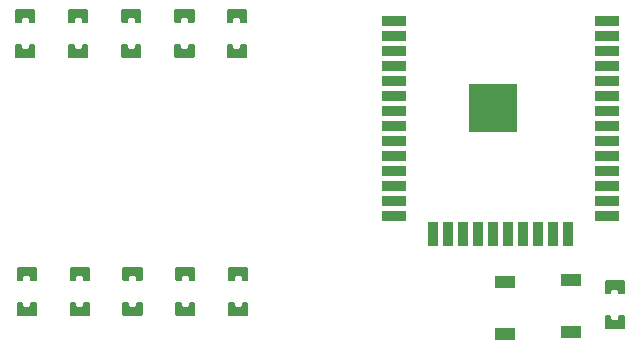
<source format=gtp>
G04 Layer: TopPasteMaskLayer*
G04 EasyEDA v6.5.48, 2025-03-18 13:34:47*
G04 7eabae28df64481683c8fee008179a12,87df033457c64ae98c411226fbcdc187,10*
G04 Gerber Generator version 0.2*
G04 Scale: 100 percent, Rotated: No, Reflected: No *
G04 Dimensions in millimeters *
G04 leading zeros omitted , absolute positions ,4 integer and 5 decimal *
%FSLAX45Y45*%
%MOMM*%

%AMMACRO1*21,1,$1,$2,0,0,$3*%
%ADD10R,2.0000X0.9000*%
%ADD11R,0.9000X2.0000*%
%ADD12MACRO1,2X0.9002X-90.0000*%
%ADD13MACRO1,2X0.9002X0.0000*%
%ADD14R,4.1000X4.1000*%
%ADD15R,1.8000X1.0000*%
%ADD16R,0.0190X1.0000*%

%LPD*%
G36*
X22328428Y1115263D02*
G01*
X22318421Y1105255D01*
X22318421Y1004519D01*
X22328428Y994511D01*
X22364547Y994511D01*
X22374555Y1004519D01*
X22374555Y1025550D01*
X22384562Y1035558D01*
X22422358Y1035558D01*
X22432365Y1025550D01*
X22432365Y1004519D01*
X22442373Y994511D01*
X22478492Y994511D01*
X22488499Y1004519D01*
X22488499Y1105255D01*
X22478492Y1115263D01*
G37*
G36*
X22328428Y819505D02*
G01*
X22318421Y809498D01*
X22318421Y708761D01*
X22328428Y698754D01*
X22478492Y698754D01*
X22488499Y708761D01*
X22488499Y809498D01*
X22478492Y819505D01*
X22442373Y819505D01*
X22432365Y809498D01*
X22432365Y788466D01*
X22422358Y778459D01*
X22384562Y778459D01*
X22374555Y788466D01*
X22374555Y809498D01*
X22364547Y819505D01*
G37*
G36*
X17337328Y3413963D02*
G01*
X17327321Y3403955D01*
X17327321Y3303219D01*
X17337328Y3293211D01*
X17373447Y3293211D01*
X17383455Y3303219D01*
X17383455Y3324250D01*
X17393462Y3334258D01*
X17431258Y3334258D01*
X17441265Y3324250D01*
X17441265Y3303219D01*
X17451273Y3293211D01*
X17487392Y3293211D01*
X17497399Y3303219D01*
X17497399Y3403955D01*
X17487392Y3413963D01*
G37*
G36*
X17337328Y3118205D02*
G01*
X17327321Y3108198D01*
X17327321Y3007461D01*
X17337328Y2997454D01*
X17487392Y2997454D01*
X17497399Y3007461D01*
X17497399Y3108198D01*
X17487392Y3118205D01*
X17451273Y3118205D01*
X17441265Y3108198D01*
X17441265Y3087166D01*
X17431258Y3077159D01*
X17393462Y3077159D01*
X17383455Y3087166D01*
X17383455Y3108198D01*
X17373447Y3118205D01*
G37*
G36*
X17786553Y3413963D02*
G01*
X17776545Y3403955D01*
X17776545Y3303219D01*
X17786553Y3293211D01*
X17822672Y3293211D01*
X17832679Y3303219D01*
X17832679Y3324250D01*
X17842687Y3334258D01*
X17880482Y3334258D01*
X17890490Y3324250D01*
X17890490Y3303219D01*
X17900497Y3293211D01*
X17936616Y3293211D01*
X17946624Y3303219D01*
X17946624Y3403955D01*
X17936616Y3413963D01*
G37*
G36*
X17786553Y3118205D02*
G01*
X17776545Y3108198D01*
X17776545Y3007461D01*
X17786553Y2997454D01*
X17936616Y2997454D01*
X17946624Y3007461D01*
X17946624Y3108198D01*
X17936616Y3118205D01*
X17900497Y3118205D01*
X17890490Y3108198D01*
X17890490Y3087166D01*
X17880482Y3077159D01*
X17842687Y3077159D01*
X17832679Y3087166D01*
X17832679Y3108198D01*
X17822672Y3118205D01*
G37*
G36*
X18235777Y3413963D02*
G01*
X18225770Y3403955D01*
X18225770Y3303219D01*
X18235777Y3293211D01*
X18271896Y3293211D01*
X18281904Y3303219D01*
X18281904Y3324250D01*
X18291911Y3334258D01*
X18329706Y3334258D01*
X18339714Y3324250D01*
X18339714Y3303219D01*
X18349722Y3293211D01*
X18385840Y3293211D01*
X18395848Y3303219D01*
X18395848Y3403955D01*
X18385840Y3413963D01*
G37*
G36*
X18235777Y3118205D02*
G01*
X18225770Y3108198D01*
X18225770Y3007461D01*
X18235777Y2997454D01*
X18385840Y2997454D01*
X18395848Y3007461D01*
X18395848Y3108198D01*
X18385840Y3118205D01*
X18349722Y3118205D01*
X18339714Y3108198D01*
X18339714Y3087166D01*
X18329706Y3077159D01*
X18291911Y3077159D01*
X18281904Y3087166D01*
X18281904Y3108198D01*
X18271896Y3118205D01*
G37*
G36*
X18685002Y3413963D02*
G01*
X18674994Y3403955D01*
X18674994Y3303219D01*
X18685002Y3293211D01*
X18721120Y3293211D01*
X18731128Y3303219D01*
X18731128Y3324250D01*
X18741136Y3334258D01*
X18778931Y3334258D01*
X18788938Y3324250D01*
X18788938Y3303219D01*
X18798946Y3293211D01*
X18835065Y3293211D01*
X18845072Y3303219D01*
X18845072Y3403955D01*
X18835065Y3413963D01*
G37*
G36*
X18685002Y3118205D02*
G01*
X18674994Y3108198D01*
X18674994Y3007461D01*
X18685002Y2997454D01*
X18835065Y2997454D01*
X18845072Y3007461D01*
X18845072Y3108198D01*
X18835065Y3118205D01*
X18798946Y3118205D01*
X18788938Y3108198D01*
X18788938Y3087166D01*
X18778931Y3077159D01*
X18741136Y3077159D01*
X18731128Y3087166D01*
X18731128Y3108198D01*
X18721120Y3118205D01*
G37*
G36*
X19128028Y3413963D02*
G01*
X19118021Y3403955D01*
X19118021Y3303219D01*
X19128028Y3293211D01*
X19164147Y3293211D01*
X19174155Y3303219D01*
X19174155Y3324250D01*
X19184162Y3334258D01*
X19221958Y3334258D01*
X19231965Y3324250D01*
X19231965Y3303219D01*
X19241973Y3293211D01*
X19278092Y3293211D01*
X19288099Y3303219D01*
X19288099Y3403955D01*
X19278092Y3413963D01*
G37*
G36*
X19128028Y3118205D02*
G01*
X19118021Y3108198D01*
X19118021Y3007461D01*
X19128028Y2997454D01*
X19278092Y2997454D01*
X19288099Y3007461D01*
X19288099Y3108198D01*
X19278092Y3118205D01*
X19241973Y3118205D01*
X19231965Y3108198D01*
X19231965Y3087166D01*
X19221958Y3077159D01*
X19184162Y3077159D01*
X19174155Y3087166D01*
X19174155Y3108198D01*
X19164147Y3118205D01*
G37*
G36*
X17350028Y1229563D02*
G01*
X17340021Y1219555D01*
X17340021Y1118819D01*
X17350028Y1108811D01*
X17386147Y1108811D01*
X17396155Y1118819D01*
X17396155Y1139850D01*
X17406162Y1149858D01*
X17443958Y1149858D01*
X17453965Y1139850D01*
X17453965Y1118819D01*
X17463973Y1108811D01*
X17500092Y1108811D01*
X17510099Y1118819D01*
X17510099Y1219555D01*
X17500092Y1229563D01*
G37*
G36*
X17350028Y933805D02*
G01*
X17340021Y923798D01*
X17340021Y823061D01*
X17350028Y813053D01*
X17500092Y813053D01*
X17510099Y823061D01*
X17510099Y923798D01*
X17500092Y933805D01*
X17463973Y933805D01*
X17453965Y923798D01*
X17453965Y902766D01*
X17443958Y892759D01*
X17406162Y892759D01*
X17396155Y902766D01*
X17396155Y923798D01*
X17386147Y933805D01*
G37*
G36*
X17797678Y1229563D02*
G01*
X17787670Y1219555D01*
X17787670Y1118819D01*
X17797678Y1108811D01*
X17833797Y1108811D01*
X17843804Y1118819D01*
X17843804Y1139850D01*
X17853812Y1149858D01*
X17891658Y1149858D01*
X17901666Y1139850D01*
X17901666Y1118819D01*
X17911673Y1108811D01*
X17947792Y1108811D01*
X17957800Y1118819D01*
X17957800Y1219555D01*
X17947792Y1229563D01*
G37*
G36*
X17797678Y933805D02*
G01*
X17787670Y923798D01*
X17787670Y823061D01*
X17797678Y813053D01*
X17947792Y813053D01*
X17957800Y823061D01*
X17957800Y923798D01*
X17947792Y933805D01*
X17911673Y933805D01*
X17901666Y923798D01*
X17901666Y902766D01*
X17891658Y892759D01*
X17853812Y892759D01*
X17843804Y902766D01*
X17843804Y923798D01*
X17833797Y933805D01*
G37*
G36*
X18245378Y1229563D02*
G01*
X18235371Y1219555D01*
X18235371Y1118819D01*
X18245378Y1108811D01*
X18281497Y1108811D01*
X18291505Y1118819D01*
X18291505Y1139850D01*
X18301512Y1149858D01*
X18339308Y1149858D01*
X18349315Y1139850D01*
X18349315Y1118819D01*
X18359323Y1108811D01*
X18395442Y1108811D01*
X18405449Y1118819D01*
X18405449Y1219555D01*
X18395442Y1229563D01*
G37*
G36*
X18245378Y933805D02*
G01*
X18235371Y923798D01*
X18235371Y823061D01*
X18245378Y813053D01*
X18395442Y813053D01*
X18405449Y823061D01*
X18405449Y923798D01*
X18395442Y933805D01*
X18359323Y933805D01*
X18349315Y923798D01*
X18349315Y902766D01*
X18339308Y892759D01*
X18301512Y892759D01*
X18291505Y902766D01*
X18291505Y923798D01*
X18281497Y933805D01*
G37*
G36*
X18693028Y1229563D02*
G01*
X18683020Y1219555D01*
X18683020Y1118819D01*
X18693028Y1108811D01*
X18729147Y1108811D01*
X18739154Y1118819D01*
X18739154Y1139850D01*
X18749162Y1149858D01*
X18787008Y1149858D01*
X18797016Y1139850D01*
X18797016Y1118819D01*
X18807023Y1108811D01*
X18843142Y1108811D01*
X18853150Y1118819D01*
X18853150Y1219555D01*
X18843142Y1229563D01*
G37*
G36*
X18693028Y933805D02*
G01*
X18683020Y923798D01*
X18683020Y823061D01*
X18693028Y813053D01*
X18843142Y813053D01*
X18853150Y823061D01*
X18853150Y923798D01*
X18843142Y933805D01*
X18807023Y933805D01*
X18797016Y923798D01*
X18797016Y902766D01*
X18787008Y892759D01*
X18749162Y892759D01*
X18739154Y902766D01*
X18739154Y923798D01*
X18729147Y933805D01*
G37*
G36*
X19140728Y1229563D02*
G01*
X19130721Y1219555D01*
X19130721Y1118819D01*
X19140728Y1108811D01*
X19176847Y1108811D01*
X19186855Y1118819D01*
X19186855Y1139850D01*
X19196862Y1149858D01*
X19234658Y1149858D01*
X19244665Y1139850D01*
X19244665Y1118819D01*
X19254673Y1108811D01*
X19290792Y1108811D01*
X19300799Y1118819D01*
X19300799Y1219555D01*
X19290792Y1229563D01*
G37*
G36*
X19140728Y933805D02*
G01*
X19130721Y923798D01*
X19130721Y823061D01*
X19140728Y813053D01*
X19290792Y813053D01*
X19300799Y823061D01*
X19300799Y923798D01*
X19290792Y933805D01*
X19254673Y933805D01*
X19244665Y923798D01*
X19244665Y902766D01*
X19234658Y892759D01*
X19196862Y892759D01*
X19186855Y902766D01*
X19186855Y923798D01*
X19176847Y933805D01*
G37*
D10*
G01*
X20538262Y3306114D03*
G01*
X20538262Y3179114D03*
G01*
X20538262Y3052114D03*
G01*
X20538262Y2925114D03*
G01*
X20538262Y2798114D03*
G01*
X20538262Y2671114D03*
G01*
X20538262Y2544114D03*
G01*
X20538262Y2417114D03*
G01*
X20538262Y2290114D03*
G01*
X20538262Y2163114D03*
G01*
X20538262Y2036114D03*
G01*
X20538262Y1909114D03*
G01*
X20538262Y1782114D03*
G01*
X20538262Y1655114D03*
D11*
G01*
X20866760Y1505102D03*
G01*
X20993760Y1505102D03*
G01*
X21120760Y1505102D03*
G01*
X21247760Y1505102D03*
G01*
X21374760Y1505102D03*
D12*
G01*
X21501760Y1505102D03*
G01*
X21628760Y1505102D03*
G01*
X21755760Y1505102D03*
G01*
X21882760Y1505102D03*
G01*
X22009760Y1505102D03*
D13*
G01*
X22338258Y1655114D03*
G01*
X22338258Y1782114D03*
G01*
X22338258Y1909114D03*
G01*
X22338258Y2036114D03*
G01*
X22338258Y2163114D03*
G01*
X22338258Y2290114D03*
G01*
X22338258Y2417114D03*
G01*
X22338258Y2544114D03*
G01*
X22338258Y2671114D03*
G01*
X22338258Y2798114D03*
G01*
X22338258Y2925114D03*
G01*
X22338258Y3052114D03*
G01*
X22338258Y3179114D03*
G01*
X22338258Y3306114D03*
D14*
G01*
X21370264Y2572105D03*
D15*
G01*
X21476360Y661619D03*
G01*
X21476360Y1101597D03*
G01*
X22035160Y674319D03*
G01*
X22035160Y1114297D03*
M02*

</source>
